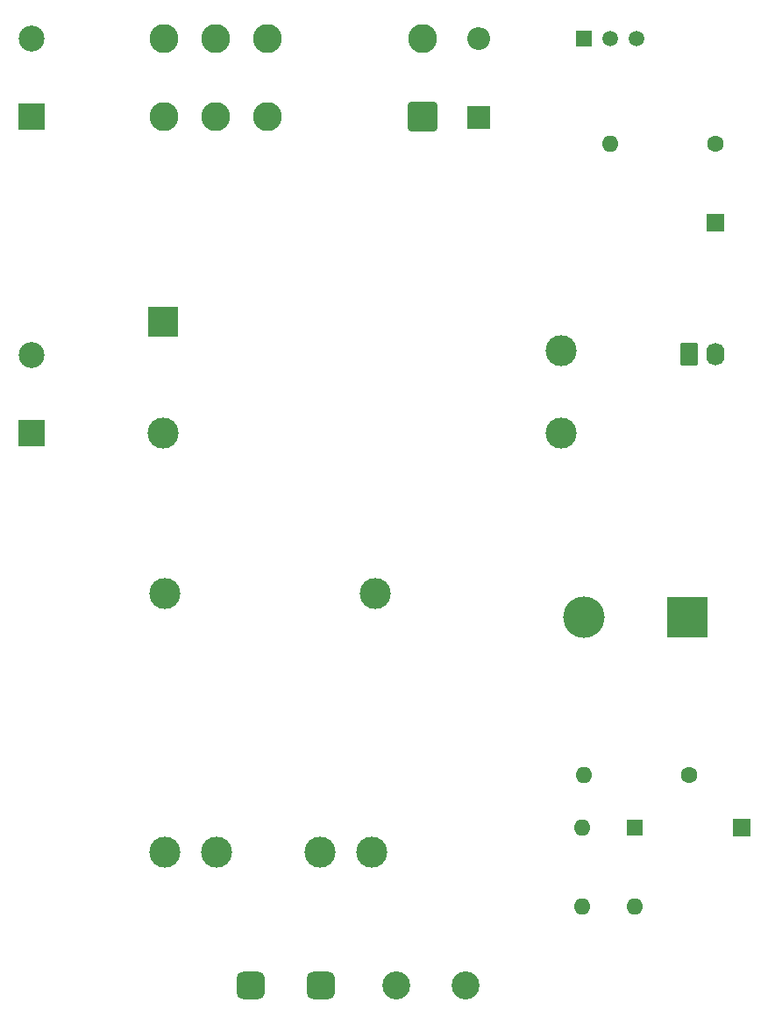
<source format=gbr>
%TF.GenerationSoftware,KiCad,Pcbnew,8.0.6*%
%TF.CreationDate,2025-03-07T13:31:28+01:00*%
%TF.ProjectId,Stromversorgung,5374726f-6d76-4657-9273-6f7267756e67,rev?*%
%TF.SameCoordinates,Original*%
%TF.FileFunction,Soldermask,Top*%
%TF.FilePolarity,Negative*%
%FSLAX46Y46*%
G04 Gerber Fmt 4.6, Leading zero omitted, Abs format (unit mm)*
G04 Created by KiCad (PCBNEW 8.0.6) date 2025-03-07 13:31:28*
%MOMM*%
%LPD*%
G01*
G04 APERTURE LIST*
G04 Aperture macros list*
%AMRoundRect*
0 Rectangle with rounded corners*
0 $1 Rounding radius*
0 $2 $3 $4 $5 $6 $7 $8 $9 X,Y pos of 4 corners*
0 Add a 4 corners polygon primitive as box body*
4,1,4,$2,$3,$4,$5,$6,$7,$8,$9,$2,$3,0*
0 Add four circle primitives for the rounded corners*
1,1,$1+$1,$2,$3*
1,1,$1+$1,$4,$5*
1,1,$1+$1,$6,$7*
1,1,$1+$1,$8,$9*
0 Add four rect primitives between the rounded corners*
20,1,$1+$1,$2,$3,$4,$5,0*
20,1,$1+$1,$4,$5,$6,$7,0*
20,1,$1+$1,$6,$7,$8,$9,0*
20,1,$1+$1,$8,$9,$2,$3,0*%
G04 Aperture macros list end*
%ADD10C,3.000000*%
%ADD11RoundRect,0.675000X-0.675000X-0.675000X0.675000X-0.675000X0.675000X0.675000X-0.675000X0.675000X0*%
%ADD12C,2.700000*%
%ADD13RoundRect,0.250000X-0.620000X-0.845000X0.620000X-0.845000X0.620000X0.845000X-0.620000X0.845000X0*%
%ADD14O,1.740000X2.190000*%
%ADD15R,1.700000X1.700000*%
%ADD16C,1.600000*%
%ADD17O,1.600000X1.600000*%
%ADD18R,1.600000X1.600000*%
%ADD19R,1.500000X1.500000*%
%ADD20C,1.500000*%
%ADD21R,2.500000X2.500000*%
%ADD22C,2.500000*%
%ADD23C,2.800000*%
%ADD24RoundRect,0.250000X1.150000X1.150000X-1.150000X1.150000X-1.150000X-1.150000X1.150000X-1.150000X0*%
%ADD25R,3.000000X3.000000*%
%ADD26R,4.000000X4.000000*%
%ADD27C,4.000000*%
%ADD28R,2.200000X2.200000*%
%ADD29O,2.200000X2.200000*%
G04 APERTURE END LIST*
D10*
%TO.C,T1*%
X86520000Y-96720000D03*
X106840000Y-96720000D03*
X106520000Y-121720000D03*
X101520000Y-121720000D03*
X91520000Y-121720000D03*
X86520000Y-121720000D03*
%TD*%
D11*
%TO.C,F1*%
X94840000Y-134620000D03*
X101600000Y-134620000D03*
D12*
X108880000Y-134620000D03*
X115640000Y-134620000D03*
%TD*%
D13*
%TO.C,J3*%
X137160000Y-73660000D03*
D14*
X139700000Y-73660000D03*
%TD*%
D15*
%TO.C,J2*%
X139700000Y-60960000D03*
%TD*%
D16*
%TO.C,R2*%
X137160000Y-114300000D03*
D17*
X127000000Y-114300000D03*
%TD*%
D18*
%TO.C,D2*%
X131940000Y-119380000D03*
D17*
X126860000Y-119380000D03*
X126860000Y-127000000D03*
X131940000Y-127000000D03*
%TD*%
D19*
%TO.C,Q1*%
X127000000Y-43180000D03*
D20*
X129540000Y-43180000D03*
X132080000Y-43180000D03*
%TD*%
D21*
%TO.C,J4*%
X73660000Y-50680000D03*
D22*
X73660000Y-43180000D03*
%TD*%
D15*
%TO.C,J5*%
X142240000Y-119380000D03*
%TD*%
D21*
%TO.C,J1*%
X73660000Y-81220000D03*
D22*
X73660000Y-73720000D03*
%TD*%
D16*
%TO.C,R1*%
X139700000Y-53340000D03*
D17*
X129540000Y-53340000D03*
%TD*%
D23*
%TO.C,K1*%
X91440000Y-50680000D03*
X96440000Y-50680000D03*
X86440000Y-50680000D03*
X91440000Y-43180000D03*
X96440000Y-43180000D03*
X86440000Y-43180000D03*
D24*
X111440000Y-50680000D03*
D23*
X111440000Y-43180000D03*
%TD*%
D25*
%TO.C,PS1*%
X86360000Y-70530000D03*
D10*
X86360000Y-81280000D03*
X124860000Y-81280000D03*
X124860000Y-73280000D03*
%TD*%
D26*
%TO.C,C1*%
X137000000Y-99060000D03*
D27*
X127000000Y-99060000D03*
%TD*%
D28*
%TO.C,D1*%
X116840000Y-50800000D03*
D29*
X116840000Y-43180000D03*
%TD*%
M02*

</source>
